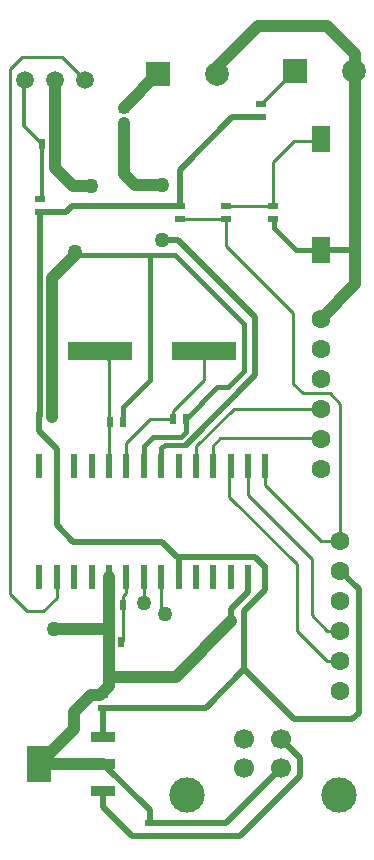
<source format=gtl>
%FSLAX44Y44*%
%MOMM*%
G71*
G01*
G75*
G04 Layer_Physical_Order=1*
G04 Layer_Color=13311*
%ADD10R,2.0000X3.1000*%
%ADD11R,2.0000X0.8400*%
%ADD12R,5.5000X1.5000*%
%ADD13R,0.6000X0.9000*%
%ADD14R,0.9000X0.6000*%
%ADD15R,0.6000X2.0000*%
%ADD16R,1.6000X2.1800*%
%ADD17C,1.0000*%
%ADD18C,0.2540*%
%ADD19C,0.5000*%
%ADD20C,0.4000*%
%ADD21C,0.3000*%
%ADD22C,1.7000*%
%ADD23C,3.0000*%
%ADD24C,2.0000*%
%ADD25R,2.0000X2.0000*%
%ADD26C,1.6000*%
%ADD27C,1.5000*%
%ADD28C,1.2700*%
D10*
X289560Y628650D02*
D03*
D11*
X344170Y651650D02*
D03*
Y628650D02*
D03*
Y605650D02*
D03*
D12*
X429320Y977900D02*
D03*
X341320D02*
D03*
D13*
X463550Y749300D02*
D03*
X452550D02*
D03*
X414020Y920750D02*
D03*
X403020D02*
D03*
X360680Y918210D02*
D03*
X349680D02*
D03*
X300990Y922020D02*
D03*
X289990D02*
D03*
X359410Y731520D02*
D03*
X348410D02*
D03*
X360680Y763270D02*
D03*
X349680D02*
D03*
X292100Y1153160D02*
D03*
X303100D02*
D03*
D14*
X344170Y687070D02*
D03*
Y676070D02*
D03*
X408940Y1101090D02*
D03*
Y1090090D02*
D03*
X487680Y1101090D02*
D03*
Y1090090D02*
D03*
X290830Y1096010D02*
D03*
Y1107010D02*
D03*
X361950Y1182370D02*
D03*
Y1171370D02*
D03*
X477520Y1176020D02*
D03*
Y1187020D02*
D03*
X448310Y1089660D02*
D03*
Y1100660D02*
D03*
X383540Y567690D02*
D03*
Y578690D02*
D03*
D15*
X289830Y787220D02*
D03*
X304580D02*
D03*
Y881220D02*
D03*
X289830D02*
D03*
X466580D02*
D03*
X451830D02*
D03*
X422330D02*
D03*
X437080D02*
D03*
X378330D02*
D03*
X363580D02*
D03*
X393080D02*
D03*
X407830D02*
D03*
X348830D02*
D03*
X319330D02*
D03*
X334080D02*
D03*
Y787220D02*
D03*
X319330D02*
D03*
X348830D02*
D03*
X407830D02*
D03*
X393080D02*
D03*
X363580D02*
D03*
X378330D02*
D03*
X437080D02*
D03*
X422330D02*
D03*
X451830D02*
D03*
X466580D02*
D03*
X481330Y881220D02*
D03*
Y787220D02*
D03*
D16*
X528320Y1063690D02*
D03*
Y1157690D02*
D03*
D17*
X289560Y628650D02*
X344170D01*
X348830Y702310D02*
Y742950D01*
Y694270D02*
Y702310D01*
X341630Y687070D02*
X348830Y694270D01*
X405560Y702310D02*
X452550Y749300D01*
X348830Y702310D02*
X405560D01*
X334010Y687070D02*
X341630D01*
X319200Y672260D02*
X334010Y687070D01*
X319200Y658290D02*
Y672260D01*
X348830Y742950D02*
Y787220D01*
X289560Y628650D02*
X319200Y658290D01*
X528320Y1005730D02*
X557530Y1034940D01*
X300990Y1040130D02*
X320040Y1059180D01*
X300990Y922020D02*
Y1040130D01*
X370840Y1118870D02*
X393700D01*
X361480Y1184380D02*
Y1184440D01*
X361950Y1127760D02*
Y1171370D01*
Y1127760D02*
X370840Y1118870D01*
X318770Y1117600D02*
X334010D01*
X303100Y1133270D02*
X318770Y1117600D01*
X303100Y1133270D02*
Y1153160D01*
Y1207340D01*
X302260Y742950D02*
X348830D01*
X437515Y1216025D02*
X474980Y1253490D01*
X533400D01*
X557530Y1229360D01*
Y1034940D02*
Y1229360D01*
X361480Y1184440D02*
X391160Y1214120D01*
D18*
X504825Y950595D02*
Y1010285D01*
X448310Y1066800D02*
X504825Y1010285D01*
X448310Y1066800D02*
Y1089660D01*
X504825Y950595D02*
X513080Y942340D01*
X393080Y758810D02*
Y787220D01*
Y758810D02*
X396240Y755650D01*
X378460Y764540D02*
Y774830D01*
X481330Y775970D02*
Y787220D01*
X341320Y977900D02*
X348940Y970280D01*
X429260Y953770D02*
Y977900D01*
X403020Y927530D02*
X429260Y953770D01*
X360680Y732790D02*
Y763270D01*
Y770890D01*
X363580Y773790D01*
Y787220D01*
X436880Y881420D02*
X437080Y881220D01*
X436880Y881420D02*
Y897890D01*
X443230Y904240D01*
X528320D01*
X505460Y1155700D02*
X523240D01*
X487680Y1137920D02*
X505460Y1155700D01*
X487680Y1101090D02*
Y1137920D01*
X403020Y920750D02*
Y927530D01*
X363580Y881220D02*
Y900790D01*
X348940Y881330D02*
Y970280D01*
X406400Y803910D02*
X407830Y802480D01*
X481330Y787220D02*
Y795020D01*
X279400Y758190D02*
X293370D01*
X265430Y772160D02*
X279400Y758190D01*
X508000Y741460D02*
Y797560D01*
Y741460D02*
X533290Y716170D01*
X544830D01*
X450850Y854710D02*
Y880240D01*
Y854710D02*
X508000Y797560D01*
X533510Y741570D02*
X544830D01*
X520700Y754380D02*
X533510Y741570D01*
X520700Y754380D02*
Y802350D01*
X466580Y856470D02*
X520700Y802350D01*
X466580Y856470D02*
Y881220D01*
X481330Y864870D02*
X528430Y817770D01*
X544830D01*
X448310Y1100660D02*
X448740Y1101090D01*
X487680D01*
X408940Y1090090D02*
X447880D01*
X422620Y897600D02*
X454550Y929530D01*
X422330Y881220D02*
X422620Y881510D01*
Y897600D01*
X477520Y1187020D02*
X505890Y1215390D01*
X544830Y817770D02*
Y933450D01*
X535940Y942340D02*
X544830Y933450D01*
X513080Y942340D02*
X535940D01*
X454550Y929530D02*
X528320D01*
X363580Y900790D02*
X383540Y920750D01*
X403020D01*
X481330Y864870D02*
Y881220D01*
X265430Y772160D02*
Y1216660D01*
X293370Y758190D02*
X304580Y769400D01*
Y787220D01*
X265430Y1216660D02*
X275590Y1226820D01*
X309021D01*
X324260Y1211580D01*
X332740D01*
X378330Y774830D02*
Y787220D01*
D19*
X453390Y1176020D02*
X477520D01*
X408940Y1131570D02*
X453390Y1176020D01*
X452120Y749300D02*
Y759460D01*
X430960Y676070D02*
X463550Y708660D01*
X344170Y676070D02*
X430960D01*
X344170Y651650D02*
Y676070D01*
Y628650D02*
X383540Y589280D01*
Y578690D02*
Y589280D01*
X344170Y591820D02*
Y605650D01*
Y591820D02*
X368300Y567690D01*
X383540D01*
X459684D02*
X510330Y618336D01*
X388620Y567690D02*
X459684D01*
X510330Y618336D02*
Y633940D01*
X494290Y649980D02*
X510330Y633940D01*
X383540Y578690D02*
X448000D01*
X494290Y624980D01*
X528320Y1063690D02*
X556830D01*
X317500Y1101090D02*
X408940D01*
X312420Y1096010D02*
X317500Y1101090D01*
X290830Y1096010D02*
X312420D01*
X408940Y1101090D02*
Y1131570D01*
X393700Y1071880D02*
X407670D01*
X554990Y666750D02*
X560180Y671940D01*
X393700Y816610D02*
X406400Y803910D01*
X472440D01*
X481330Y795020D01*
X304580Y830800D02*
Y881220D01*
Y830800D02*
X318770Y816610D01*
X393700D01*
X407830Y787220D02*
Y802480D01*
X304580Y881220D02*
Y895570D01*
X289990Y910160D02*
X304580Y895570D01*
X289990Y910160D02*
Y922020D01*
X290830Y922860D02*
Y1096010D01*
X407670Y1071880D02*
X472440Y1007110D01*
X413830Y898970D02*
X472440Y957580D01*
Y1007110D01*
X505460Y666750D02*
X554990D01*
X463550Y708660D02*
Y749300D01*
Y708660D02*
X505460Y666750D01*
X544830Y792370D02*
X560180Y777020D01*
Y671940D02*
Y777020D01*
X463550Y749300D02*
Y758190D01*
X481330Y775970D01*
X466580Y773920D02*
Y787220D01*
X452120Y759460D02*
X466580Y773920D01*
D20*
X360680Y918210D02*
Y930910D01*
X414020Y909320D02*
Y920750D01*
X378330Y881220D02*
Y897760D01*
X393080Y881220D02*
Y896000D01*
X488950Y1082040D02*
Y1088820D01*
Y1082040D02*
X507300Y1063690D01*
X528320D01*
X383540Y953770D02*
Y1059180D01*
X360680Y930910D02*
X383540Y953770D01*
X320040Y1059180D02*
X405130D01*
X463550Y1000760D01*
X410210Y905510D02*
X414020Y909320D01*
Y920750D02*
X440690Y947420D01*
X378330Y897760D02*
X386080Y905510D01*
X393080Y896000D02*
X396050Y898970D01*
X413830D01*
X386080Y905510D02*
X410210D01*
X440690Y947420D02*
X449580D01*
X463550Y961390D01*
Y1000760D01*
D21*
X290830Y1107010D02*
X292100Y1108280D01*
Y1153160D01*
X276860Y1206500D02*
X281940Y1211580D01*
X276860Y1168400D02*
Y1206500D01*
Y1168400D02*
X292100Y1153160D01*
D22*
X463290Y649980D02*
D03*
X494290D02*
D03*
Y624980D02*
D03*
X463290D02*
D03*
D23*
X415290Y601980D02*
D03*
X543290D02*
D03*
D24*
X556260Y1215390D02*
D03*
X440690Y1212850D02*
D03*
D25*
X506260Y1215390D02*
D03*
X390690Y1212850D02*
D03*
D26*
X528320Y1005730D02*
D03*
Y980330D02*
D03*
Y954930D02*
D03*
Y929530D02*
D03*
Y904130D02*
D03*
Y878730D02*
D03*
X544830Y817770D02*
D03*
Y792370D02*
D03*
Y766970D02*
D03*
Y741570D02*
D03*
Y716170D02*
D03*
Y690770D02*
D03*
D27*
X328500Y1207340D02*
D03*
X303100D02*
D03*
X277500D02*
D03*
D28*
X396240Y755650D02*
D03*
X378460Y764540D02*
D03*
X393700Y1071880D02*
D03*
X320040Y1061720D02*
D03*
X393700Y1118870D02*
D03*
X334010Y1117600D02*
D03*
X302260Y742950D02*
D03*
M02*

</source>
